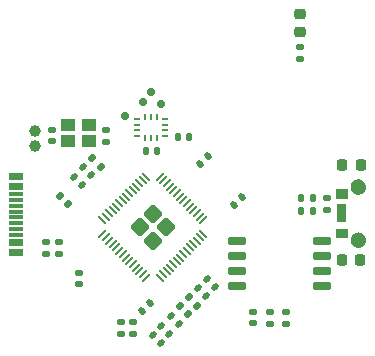
<source format=gbr>
%TF.GenerationSoftware,KiCad,Pcbnew,6.0.11-2627ca5db0~126~ubuntu22.04.1*%
%TF.CreationDate,2023-06-07T20:54:12+02:00*%
%TF.ProjectId,asac-fc-rev-b,61736163-2d66-4632-9d72-65762d622e6b,B*%
%TF.SameCoordinates,Original*%
%TF.FileFunction,Paste,Top*%
%TF.FilePolarity,Positive*%
%FSLAX46Y46*%
G04 Gerber Fmt 4.6, Leading zero omitted, Abs format (unit mm)*
G04 Created by KiCad (PCBNEW 6.0.11-2627ca5db0~126~ubuntu22.04.1) date 2023-06-07 20:54:12*
%MOMM*%
%LPD*%
G01*
G04 APERTURE LIST*
G04 Aperture macros list*
%AMRoundRect*
0 Rectangle with rounded corners*
0 $1 Rounding radius*
0 $2 $3 $4 $5 $6 $7 $8 $9 X,Y pos of 4 corners*
0 Add a 4 corners polygon primitive as box body*
4,1,4,$2,$3,$4,$5,$6,$7,$8,$9,$2,$3,0*
0 Add four circle primitives for the rounded corners*
1,1,$1+$1,$2,$3*
1,1,$1+$1,$4,$5*
1,1,$1+$1,$6,$7*
1,1,$1+$1,$8,$9*
0 Add four rect primitives between the rounded corners*
20,1,$1+$1,$2,$3,$4,$5,0*
20,1,$1+$1,$4,$5,$6,$7,0*
20,1,$1+$1,$6,$7,$8,$9,0*
20,1,$1+$1,$8,$9,$2,$3,0*%
G04 Aperture macros list end*
%ADD10RoundRect,0.150000X0.650000X0.150000X-0.650000X0.150000X-0.650000X-0.150000X0.650000X-0.150000X0*%
%ADD11RoundRect,0.140000X0.170000X-0.140000X0.170000X0.140000X-0.170000X0.140000X-0.170000X-0.140000X0*%
%ADD12RoundRect,0.140000X-0.021213X0.219203X-0.219203X0.021213X0.021213X-0.219203X0.219203X-0.021213X0*%
%ADD13R,0.475000X0.250000*%
%ADD14R,0.250000X0.475000*%
%ADD15RoundRect,0.140000X-0.219203X-0.021213X-0.021213X-0.219203X0.219203X0.021213X0.021213X0.219203X0*%
%ADD16RoundRect,0.135000X0.135000X0.185000X-0.135000X0.185000X-0.135000X-0.185000X0.135000X-0.185000X0*%
%ADD17RoundRect,0.140000X0.219203X0.021213X0.021213X0.219203X-0.219203X-0.021213X-0.021213X-0.219203X0*%
%ADD18C,1.000000*%
%ADD19R,1.150000X0.600000*%
%ADD20R,1.150000X0.300000*%
%ADD21R,0.800000X1.500000*%
%ADD22R,1.000000X0.800000*%
%ADD23RoundRect,0.135000X-0.226274X-0.035355X-0.035355X-0.226274X0.226274X0.035355X0.035355X0.226274X0*%
%ADD24RoundRect,0.140000X0.021213X-0.219203X0.219203X-0.021213X-0.021213X0.219203X-0.219203X0.021213X0*%
%ADD25RoundRect,0.218750X0.218750X0.256250X-0.218750X0.256250X-0.218750X-0.256250X0.218750X-0.256250X0*%
%ADD26C,0.700000*%
%ADD27RoundRect,0.140000X-0.170000X0.140000X-0.170000X-0.140000X0.170000X-0.140000X0.170000X0.140000X0*%
%ADD28RoundRect,0.135000X0.226274X0.035355X0.035355X0.226274X-0.226274X-0.035355X-0.035355X-0.226274X0*%
%ADD29RoundRect,0.135000X0.185000X-0.135000X0.185000X0.135000X-0.185000X0.135000X-0.185000X-0.135000X0*%
%ADD30RoundRect,0.135000X-0.185000X0.135000X-0.185000X-0.135000X0.185000X-0.135000X0.185000X0.135000X0*%
%ADD31R,1.150000X1.000000*%
%ADD32RoundRect,0.249999X0.000000X0.558616X-0.558616X0.000000X0.000000X-0.558616X0.558616X0.000000X0*%
%ADD33RoundRect,0.050000X0.238649X0.309359X-0.309359X-0.238649X-0.238649X-0.309359X0.309359X0.238649X0*%
%ADD34RoundRect,0.050000X-0.238649X0.309359X-0.309359X0.238649X0.238649X-0.309359X0.309359X-0.238649X0*%
%ADD35RoundRect,0.140000X-0.140000X-0.170000X0.140000X-0.170000X0.140000X0.170000X-0.140000X0.170000X0*%
%ADD36RoundRect,0.218750X-0.256250X0.218750X-0.256250X-0.218750X0.256250X-0.218750X0.256250X0.218750X0*%
G04 APERTURE END LIST*
%TO.C,J10*%
G36*
X112663500Y-120160000D02*
G01*
X111513500Y-120160000D01*
X111513500Y-119560000D01*
X112663500Y-119560000D01*
X112663500Y-120160000D01*
G37*
G36*
X112663500Y-116360000D02*
G01*
X111513500Y-116360000D01*
X111513500Y-116060000D01*
X112663500Y-116060000D01*
X112663500Y-116360000D01*
G37*
G36*
X112663500Y-114560000D02*
G01*
X111513500Y-114560000D01*
X111513500Y-113960000D01*
X112663500Y-113960000D01*
X112663500Y-114560000D01*
G37*
G36*
X112663500Y-115860000D02*
G01*
X111513500Y-115860000D01*
X111513500Y-115560000D01*
X112663500Y-115560000D01*
X112663500Y-115860000D01*
G37*
G36*
X112663500Y-119360000D02*
G01*
X111513500Y-119360000D01*
X111513500Y-119060000D01*
X112663500Y-119060000D01*
X112663500Y-119360000D01*
G37*
G36*
X112663500Y-116860000D02*
G01*
X111513500Y-116860000D01*
X111513500Y-116560000D01*
X112663500Y-116560000D01*
X112663500Y-116860000D01*
G37*
G36*
X112663500Y-118360000D02*
G01*
X111513500Y-118360000D01*
X111513500Y-118060000D01*
X112663500Y-118060000D01*
X112663500Y-118360000D01*
G37*
G36*
X112663500Y-117860000D02*
G01*
X111513500Y-117860000D01*
X111513500Y-117560000D01*
X112663500Y-117560000D01*
X112663500Y-117860000D01*
G37*
G36*
X112663500Y-120960000D02*
G01*
X111513500Y-120960000D01*
X111513500Y-120360000D01*
X112663500Y-120360000D01*
X112663500Y-120960000D01*
G37*
G36*
X112663500Y-115360000D02*
G01*
X111513500Y-115360000D01*
X111513500Y-114760000D01*
X112663500Y-114760000D01*
X112663500Y-115360000D01*
G37*
G36*
X112663500Y-118860000D02*
G01*
X111513500Y-118860000D01*
X111513500Y-118560000D01*
X112663500Y-118560000D01*
X112663500Y-118860000D01*
G37*
G36*
X112663500Y-117360000D02*
G01*
X111513500Y-117360000D01*
X111513500Y-117060000D01*
X112663500Y-117060000D01*
X112663500Y-117360000D01*
G37*
%TO.C,SW1*%
G36*
X141141000Y-118982000D02*
G01*
X141166000Y-118984000D01*
X141216000Y-118992000D01*
X141241000Y-118998000D01*
X141265000Y-119004000D01*
X141290000Y-119011000D01*
X141314000Y-119020000D01*
X141337000Y-119029000D01*
X141361000Y-119039000D01*
X141383000Y-119050000D01*
X141406000Y-119062000D01*
X141428000Y-119075000D01*
X141449000Y-119088000D01*
X141470000Y-119103000D01*
X141490000Y-119118000D01*
X141510000Y-119134000D01*
X141529000Y-119151000D01*
X141547000Y-119168000D01*
X141565000Y-119186000D01*
X141582000Y-119205000D01*
X141614000Y-119245000D01*
X141642000Y-119287000D01*
X141655000Y-119309000D01*
X141667000Y-119331000D01*
X141689000Y-119377000D01*
X141698000Y-119400000D01*
X141707000Y-119424000D01*
X141714000Y-119448000D01*
X141721000Y-119473000D01*
X141731000Y-119523000D01*
X141735000Y-119548000D01*
X141738000Y-119573000D01*
X141739000Y-119598000D01*
X141740000Y-119624000D01*
X141740000Y-119649000D01*
X141739000Y-119674000D01*
X141736000Y-119700000D01*
X141733000Y-119725000D01*
X141729000Y-119750000D01*
X141724000Y-119775000D01*
X141718000Y-119799000D01*
X141711000Y-119824000D01*
X141702000Y-119848000D01*
X141694000Y-119871000D01*
X141684000Y-119895000D01*
X141673000Y-119918000D01*
X141649000Y-119962000D01*
X141635000Y-119984000D01*
X141621000Y-120005000D01*
X141606000Y-120025000D01*
X141590000Y-120045000D01*
X141574000Y-120064000D01*
X141556000Y-120083000D01*
X141538000Y-120101000D01*
X141520000Y-120118000D01*
X141480000Y-120150000D01*
X141460000Y-120165000D01*
X141439000Y-120179000D01*
X141417000Y-120192000D01*
X141395000Y-120204000D01*
X141372000Y-120216000D01*
X141326000Y-120236000D01*
X141278000Y-120252000D01*
X141253000Y-120259000D01*
X141228000Y-120265000D01*
X141204000Y-120270000D01*
X141179000Y-120274000D01*
X141153000Y-120277000D01*
X141128000Y-120279000D01*
X141103000Y-120280000D01*
X141077000Y-120280000D01*
X141052000Y-120279000D01*
X141027000Y-120277000D01*
X141002000Y-120274000D01*
X140976000Y-120270000D01*
X140952000Y-120265000D01*
X140927000Y-120259000D01*
X140902000Y-120252000D01*
X140878000Y-120244000D01*
X140855000Y-120236000D01*
X140831000Y-120226000D01*
X140808000Y-120216000D01*
X140785000Y-120204000D01*
X140763000Y-120192000D01*
X140742000Y-120179000D01*
X140720000Y-120165000D01*
X140700000Y-120150000D01*
X140660000Y-120118000D01*
X140642000Y-120101000D01*
X140624000Y-120083000D01*
X140606000Y-120064000D01*
X140590000Y-120045000D01*
X140574000Y-120025000D01*
X140559000Y-120005000D01*
X140545000Y-119984000D01*
X140531000Y-119962000D01*
X140507000Y-119918000D01*
X140496000Y-119895000D01*
X140487000Y-119871000D01*
X140478000Y-119848000D01*
X140470000Y-119824000D01*
X140462000Y-119799000D01*
X140456000Y-119775000D01*
X140451000Y-119750000D01*
X140447000Y-119725000D01*
X140444000Y-119700000D01*
X140442000Y-119674000D01*
X140440000Y-119649000D01*
X140440000Y-119624000D01*
X140441000Y-119598000D01*
X140445000Y-119548000D01*
X140449000Y-119523000D01*
X140459000Y-119473000D01*
X140466000Y-119448000D01*
X140473000Y-119424000D01*
X140482000Y-119400000D01*
X140491000Y-119377000D01*
X140513000Y-119331000D01*
X140525000Y-119309000D01*
X140538000Y-119287000D01*
X140566000Y-119245000D01*
X140598000Y-119205000D01*
X140615000Y-119186000D01*
X140633000Y-119168000D01*
X140651000Y-119151000D01*
X140670000Y-119134000D01*
X140690000Y-119118000D01*
X140710000Y-119103000D01*
X140731000Y-119088000D01*
X140752000Y-119075000D01*
X140774000Y-119062000D01*
X140797000Y-119050000D01*
X140819000Y-119039000D01*
X140843000Y-119029000D01*
X140866000Y-119020000D01*
X140890000Y-119011000D01*
X140915000Y-119004000D01*
X140939000Y-118998000D01*
X140964000Y-118992000D01*
X141014000Y-118984000D01*
X141039000Y-118982000D01*
X141065000Y-118980000D01*
X141115000Y-118980000D01*
X141141000Y-118982000D01*
G37*
G36*
X140240000Y-119455000D02*
G01*
X139240000Y-119455000D01*
X139240000Y-118655000D01*
X140240000Y-118655000D01*
X140240000Y-119455000D01*
G37*
G36*
X141115000Y-114481000D02*
G01*
X141141000Y-114482000D01*
X141191000Y-114488000D01*
X141216000Y-114492000D01*
X141241000Y-114498000D01*
X141265000Y-114504000D01*
X141290000Y-114512000D01*
X141314000Y-114520000D01*
X141337000Y-114529000D01*
X141361000Y-114539000D01*
X141383000Y-114550000D01*
X141406000Y-114562000D01*
X141428000Y-114575000D01*
X141449000Y-114588000D01*
X141470000Y-114603000D01*
X141490000Y-114618000D01*
X141510000Y-114634000D01*
X141529000Y-114651000D01*
X141547000Y-114668000D01*
X141565000Y-114686000D01*
X141582000Y-114705000D01*
X141614000Y-114745000D01*
X141642000Y-114787000D01*
X141655000Y-114809000D01*
X141667000Y-114831000D01*
X141689000Y-114877000D01*
X141698000Y-114900000D01*
X141707000Y-114924000D01*
X141714000Y-114949000D01*
X141721000Y-114973000D01*
X141731000Y-115023000D01*
X141735000Y-115048000D01*
X141738000Y-115073000D01*
X141739000Y-115098000D01*
X141740000Y-115124000D01*
X141740000Y-115149000D01*
X141739000Y-115174000D01*
X141736000Y-115200000D01*
X141733000Y-115225000D01*
X141729000Y-115250000D01*
X141724000Y-115275000D01*
X141718000Y-115299000D01*
X141711000Y-115324000D01*
X141702000Y-115348000D01*
X141694000Y-115371000D01*
X141684000Y-115395000D01*
X141673000Y-115418000D01*
X141649000Y-115462000D01*
X141635000Y-115484000D01*
X141621000Y-115505000D01*
X141606000Y-115525000D01*
X141590000Y-115545000D01*
X141574000Y-115564000D01*
X141556000Y-115583000D01*
X141538000Y-115601000D01*
X141520000Y-115618000D01*
X141480000Y-115650000D01*
X141460000Y-115665000D01*
X141439000Y-115679000D01*
X141417000Y-115692000D01*
X141395000Y-115704000D01*
X141372000Y-115716000D01*
X141326000Y-115736000D01*
X141302000Y-115745000D01*
X141278000Y-115752000D01*
X141253000Y-115759000D01*
X141228000Y-115765000D01*
X141204000Y-115770000D01*
X141179000Y-115774000D01*
X141153000Y-115777000D01*
X141128000Y-115779000D01*
X141103000Y-115780000D01*
X141077000Y-115780000D01*
X141052000Y-115779000D01*
X141027000Y-115777000D01*
X141002000Y-115774000D01*
X140976000Y-115770000D01*
X140952000Y-115765000D01*
X140927000Y-115759000D01*
X140902000Y-115752000D01*
X140878000Y-115745000D01*
X140855000Y-115736000D01*
X140831000Y-115726000D01*
X140808000Y-115716000D01*
X140785000Y-115704000D01*
X140763000Y-115692000D01*
X140742000Y-115679000D01*
X140720000Y-115665000D01*
X140700000Y-115650000D01*
X140660000Y-115618000D01*
X140642000Y-115601000D01*
X140624000Y-115583000D01*
X140606000Y-115564000D01*
X140590000Y-115545000D01*
X140574000Y-115525000D01*
X140559000Y-115505000D01*
X140545000Y-115484000D01*
X140531000Y-115462000D01*
X140507000Y-115418000D01*
X140496000Y-115395000D01*
X140487000Y-115371000D01*
X140478000Y-115348000D01*
X140470000Y-115324000D01*
X140462000Y-115299000D01*
X140456000Y-115275000D01*
X140451000Y-115250000D01*
X140447000Y-115225000D01*
X140444000Y-115200000D01*
X140442000Y-115174000D01*
X140440000Y-115149000D01*
X140440000Y-115124000D01*
X140441000Y-115098000D01*
X140445000Y-115048000D01*
X140449000Y-115023000D01*
X140459000Y-114973000D01*
X140466000Y-114949000D01*
X140473000Y-114924000D01*
X140482000Y-114900000D01*
X140491000Y-114877000D01*
X140513000Y-114831000D01*
X140525000Y-114809000D01*
X140538000Y-114787000D01*
X140566000Y-114745000D01*
X140598000Y-114705000D01*
X140615000Y-114686000D01*
X140633000Y-114668000D01*
X140651000Y-114651000D01*
X140670000Y-114634000D01*
X140690000Y-114618000D01*
X140710000Y-114603000D01*
X140731000Y-114588000D01*
X140752000Y-114575000D01*
X140774000Y-114562000D01*
X140797000Y-114550000D01*
X140819000Y-114539000D01*
X140843000Y-114529000D01*
X140866000Y-114520000D01*
X140890000Y-114512000D01*
X140915000Y-114504000D01*
X140939000Y-114498000D01*
X140964000Y-114492000D01*
X140989000Y-114488000D01*
X141039000Y-114482000D01*
X141065000Y-114481000D01*
X141090000Y-114480000D01*
X141115000Y-114481000D01*
G37*
G36*
X140090000Y-118094000D02*
G01*
X139290000Y-118094000D01*
X139290000Y-116594000D01*
X140090000Y-116594000D01*
X140090000Y-118094000D01*
G37*
G36*
X140240000Y-116105000D02*
G01*
X139240000Y-116105000D01*
X139240000Y-115305000D01*
X140240000Y-115305000D01*
X140240000Y-116105000D01*
G37*
%TD*%
D10*
%TO.C,U3*%
X137990000Y-123475000D03*
X137990000Y-122205000D03*
X137990000Y-120935000D03*
X137990000Y-119665000D03*
X130790000Y-119665000D03*
X130790000Y-120935000D03*
X130790000Y-122205000D03*
X130790000Y-123475000D03*
%TD*%
D11*
%TO.C,C2*%
X115120000Y-111240000D03*
X115120000Y-110280000D03*
%TD*%
D12*
%TO.C,C13*%
X123469411Y-124970589D03*
X122790589Y-125649411D03*
%TD*%
D13*
%TO.C,U1*%
X122387500Y-109340000D03*
X122387500Y-109840000D03*
X122387500Y-110340000D03*
X122387500Y-110840000D03*
D14*
X123050000Y-111002500D03*
X123550000Y-111002500D03*
X124050000Y-111002500D03*
D13*
X124712500Y-110840000D03*
X124712500Y-110340000D03*
X124712500Y-109840000D03*
X124712500Y-109340000D03*
D14*
X124050000Y-109177500D03*
X123550000Y-109177500D03*
X123050000Y-109177500D03*
%TD*%
D15*
%TO.C,C18*%
X128310589Y-122900589D03*
X128989411Y-123579411D03*
%TD*%
D16*
%TO.C,R8*%
X137250000Y-116100000D03*
X136230000Y-116100000D03*
%TD*%
%TO.C,R9*%
X137280000Y-117120000D03*
X136260000Y-117120000D03*
%TD*%
D15*
%TO.C,C14*%
X123670589Y-127680589D03*
X124349411Y-128359411D03*
%TD*%
D17*
%TO.C,C12*%
X118479411Y-114139411D03*
X117800589Y-113460589D03*
%TD*%
%TO.C,C16*%
X117669411Y-114949411D03*
X116990589Y-114270589D03*
%TD*%
D18*
%TO.C,J7*%
X113742000Y-111660000D03*
X113742000Y-110360000D03*
%TD*%
D19*
%TO.C,J10*%
X112087500Y-120660000D03*
X112087500Y-114260000D03*
X112087500Y-119860000D03*
X112087500Y-115060000D03*
D20*
X112087500Y-116210000D03*
X112087500Y-117210000D03*
X112087500Y-117710000D03*
X112087500Y-118710000D03*
X112087500Y-119210000D03*
X112087500Y-118210000D03*
X112087500Y-116710000D03*
X112087500Y-115710000D03*
%TD*%
D21*
%TO.C,SW1*%
X139690000Y-117344000D03*
D22*
X139740000Y-115705000D03*
X139740000Y-119055000D03*
%TD*%
D23*
%TO.C,R1*%
X118569376Y-112709376D03*
X119290624Y-113430624D03*
%TD*%
D24*
%TO.C,C11*%
X127660589Y-113149411D03*
X128339411Y-112470589D03*
%TD*%
D25*
%TO.C,D3*%
X141277500Y-121330000D03*
X139702500Y-121330000D03*
%TD*%
D26*
%TO.C,TP3*%
X122850000Y-107930000D03*
%TD*%
D15*
%TO.C,C7*%
X124420589Y-126880589D03*
X125099411Y-127559411D03*
%TD*%
D23*
%TO.C,R4*%
X115809376Y-115859376D03*
X116530624Y-116580624D03*
%TD*%
D27*
%TO.C,C9*%
X117410000Y-123330000D03*
X117410000Y-122370000D03*
%TD*%
D28*
%TO.C,R3*%
X126710624Y-125920624D03*
X125989376Y-125199376D03*
%TD*%
D29*
%TO.C,R12*%
X134970000Y-126690000D03*
X134970000Y-125670000D03*
%TD*%
D30*
%TO.C,R13*%
X133590000Y-125700000D03*
X133590000Y-126720000D03*
%TD*%
D31*
%TO.C,Y1*%
X118305000Y-109850000D03*
X116555000Y-109850000D03*
X116555000Y-111250000D03*
X118305000Y-111250000D03*
%TD*%
D32*
%TO.C,U2*%
X124834578Y-118526736D03*
X123703207Y-117395365D03*
X123703207Y-119658107D03*
X122571836Y-118526736D03*
D33*
X127972364Y-117934534D03*
X127689521Y-117651691D03*
X127406679Y-117368849D03*
X127123836Y-117086006D03*
X126840993Y-116803163D03*
X126558151Y-116520321D03*
X126275308Y-116237478D03*
X125992465Y-115954635D03*
X125709622Y-115671792D03*
X125426780Y-115388950D03*
X125143937Y-115106107D03*
X124861094Y-114823264D03*
X124578252Y-114540422D03*
X124295409Y-114257579D03*
D34*
X123111005Y-114257579D03*
X122828162Y-114540422D03*
X122545320Y-114823264D03*
X122262477Y-115106107D03*
X121979634Y-115388950D03*
X121696792Y-115671792D03*
X121413949Y-115954635D03*
X121131106Y-116237478D03*
X120848263Y-116520321D03*
X120565421Y-116803163D03*
X120282578Y-117086006D03*
X119999735Y-117368849D03*
X119716893Y-117651691D03*
X119434050Y-117934534D03*
D33*
X119434050Y-119118938D03*
X119716893Y-119401781D03*
X119999735Y-119684623D03*
X120282578Y-119967466D03*
X120565421Y-120250309D03*
X120848263Y-120533151D03*
X121131106Y-120815994D03*
X121413949Y-121098837D03*
X121696792Y-121381680D03*
X121979634Y-121664522D03*
X122262477Y-121947365D03*
X122545320Y-122230208D03*
X122828162Y-122513050D03*
X123111005Y-122795893D03*
D34*
X124295409Y-122795893D03*
X124578252Y-122513050D03*
X124861094Y-122230208D03*
X125143937Y-121947365D03*
X125426780Y-121664522D03*
X125709622Y-121381680D03*
X125992465Y-121098837D03*
X126275308Y-120815994D03*
X126558151Y-120533151D03*
X126840993Y-120250309D03*
X127123836Y-119967466D03*
X127406679Y-119684623D03*
X127689521Y-119401781D03*
X127972364Y-119118938D03*
%TD*%
D15*
%TO.C,C15*%
X125200589Y-126060589D03*
X125879411Y-126739411D03*
%TD*%
D29*
%TO.C,R10*%
X120980000Y-127570000D03*
X120980000Y-126550000D03*
%TD*%
D28*
%TO.C,R2*%
X127470624Y-125180624D03*
X126749376Y-124459376D03*
%TD*%
D26*
%TO.C,TP2*%
X123550000Y-107120000D03*
%TD*%
D35*
%TO.C,C4*%
X125830000Y-110860000D03*
X126790000Y-110860000D03*
%TD*%
D30*
%TO.C,R11*%
X122050000Y-126540000D03*
X122050000Y-127560000D03*
%TD*%
D15*
%TO.C,C8*%
X127530589Y-123660589D03*
X128209411Y-124339411D03*
%TD*%
D26*
%TO.C,TP4*%
X121360000Y-109120000D03*
%TD*%
D27*
%TO.C,C1*%
X119760000Y-110320000D03*
X119760000Y-111280000D03*
%TD*%
D26*
%TO.C,TP1*%
X124360000Y-108130000D03*
%TD*%
D36*
%TO.C,D1*%
X136180000Y-100442500D03*
X136180000Y-102017500D03*
%TD*%
D29*
%TO.C,R15*%
X114610000Y-120770000D03*
X114610000Y-119750000D03*
%TD*%
D27*
%TO.C,C17*%
X132150000Y-125710000D03*
X132150000Y-126670000D03*
%TD*%
D30*
%TO.C,R16*%
X115780000Y-119770000D03*
X115780000Y-120790000D03*
%TD*%
D25*
%TO.C,D2*%
X141297500Y-113240000D03*
X139722500Y-113240000D03*
%TD*%
D30*
%TO.C,R7*%
X136190000Y-103270000D03*
X136190000Y-104290000D03*
%TD*%
D24*
%TO.C,C10*%
X130590589Y-116669411D03*
X131269411Y-115990589D03*
%TD*%
D35*
%TO.C,C3*%
X123100000Y-112110000D03*
X124060000Y-112110000D03*
%TD*%
D27*
%TO.C,C19*%
X138460000Y-116090000D03*
X138460000Y-117050000D03*
%TD*%
M02*

</source>
